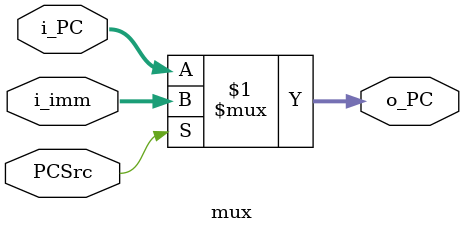
<source format=v>
module mux (
    input [31:0] i_PC, i_imm,
    input PCSrc,
    output [31:0] o_PC
);
    assign o_PC = PCSrc? i_imm : i_PC;
endmodule
</source>
